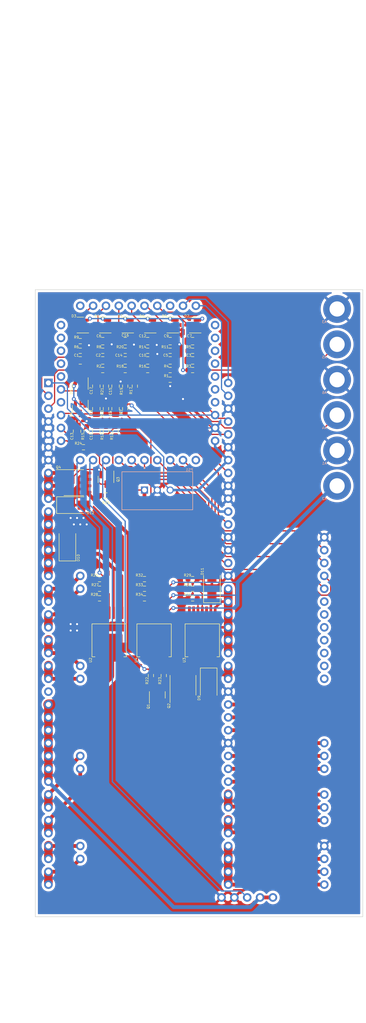
<source format=kicad_pcb>
(kicad_pcb (version 20211014) (generator pcbnew)
  (layers (0 "F.Cu" signal) (31 "B.Cu" signal) (34 "B.Paste" user) (35 "F.Paste" user) (36 "B.SilkS" user "B.Silkscreen") (37 "F.SilkS" user "F.Silkscreen") (38 "B.Mask" user) (39 "F.Mask" user) (44 "Edge.Cuts" user))
  (net 0 "")
  (net 1 "HEAD_TEMP")
  (net 2 "GND")
  (net 3 "INTAKE_AIR_TEMP")
  (net 4 "Net-(C5-Pad1)")
  (net 5 "HEAD_TEMP_ANALOG")
  (net 6 "INTAKE_AIR_TEMP_ANALOG")
  (net 7 "O2_ANALOG")
  (net 8 "TPS")
  (net 9 "FUEL_LEVEL_ANALOG")
  (net 10 "TPS_ANALOG")
  (net 11 "FUEL_LEVEL")
  (net 12 "12V_ANALOG")
  (net 13 "MAP")
  (net 14 "Net-(C11-Pad1)")
  (net 15 "Net-(C14-Pad1)")
  (net 16 "OIL_PRESSURE_ANALOG")
  (net 17 "FUEL_PRESSURE_ANALOG")
  (net 18 "VBAT")
  (net 19 "+3V3")
  (net 20 "EGR_12V")
  (net 21 "STARTER_12V")
  (net 22 "INJ5")
  (net 23 "FUEL_PUMP_12V")
  (net 24 "Net-(Q3-Pad1)")
  (net 25 "O2_12V")
  (net 35 "CANL")
  (net 36 "CANH")
  (net 42 "+5V")
  (net 43 "Net-(C15-Pad1)")
  (net 44 "Net-(Q3-Pad3)")
  (net 45 "~{FPGA_CS}")
  (net 46 "SCK")
  (net 47 "MOSI")
  (net 48 "MISO")
  (net 49 "Net-(Q1-Pad1)")
  (net 50 "Net-(Q1-Pad3)")
  (net 51 "O2")
  (net 52 "OIL_PRESSURE")
  (net 53 "FUEL_PRESSURE")
  (net 54 "MAP_ANALOG")
  (net 55 "EGR_EN")
  (net 56 "STARTER_EN")
  (net 57 "INJ4+")
  (net 58 "INJ4-")
  (net 59 "FUEL_PUMP_EN")
  (net 60 "INJ3+")
  (net 61 "INJ3-")
  (net 62 "O2_EN")
  (net 63 "INJ5_EN")
  (net 64 "INJ2+")
  (net 65 "INJ2-")
  (net 66 "INJ1+")
  (net 67 "INJ1-")
  (net 68 "IGN_12V")
  (net 69 "IGN_S2")
  (net 70 "IGN_S1")
  (net 71 "CAM")
  (net 72 "CK")
  (net 73 "Net-(R27-Pad1)")
  (net 75 "Net-(R28-Pad2)")
  (net 76 "Net-(R30-Pad1)")
  (net 77 "Net-(R31-Pad2)")
  (net 78 "Net-(R33-Pad1)")
  (net 79 "CAM_5V")
  (net 80 "CAM_GND")
  (net 81 "CK_5V")
  (net 82 "CK_GND")
  (net 90 "FPGA_EN")
  (net 91 "Net-(R34-Pad2)")
  (footprint "Resistor_SMD:R_0603_1608Metric_Pad0.98x0.95mm_HandSolder" (layer "F.Cu") (at 50.799999 63.5 -90)
    (fp_text reference "R10")
    (fp_text value "470Ω")
  )
  (footprint "Capacitor_SMD:C_0805_2012Metric_Pad1.18x1.45mm_HandSolder" (layer "F.Cu") (at 59.055 53.975 180)
    (fp_text reference "C10")
    (fp_text value "0.1uF 50V")
  )
  (footprint "Capacitor_SMD:C_0805_2012Metric_Pad1.18x1.45mm_HandSolder" (layer "F.Cu") (at 67.945 50.165)
    (fp_text reference "C7")
    (fp_text value "0.22uF 50V")
  )
  (footprint "Resistor_SMD:R_0603_1608Metric_Pad0.98x0.95mm_HandSolder" (layer "F.Cu") (at 50.799999 59.055 -90)
    (fp_text reference "R21")
    (fp_text value "470Ω")
  )
  (footprint "Resistor_SMD:R_0603_1608Metric_Pad0.98x0.95mm_HandSolder" (layer "F.Cu") (at 46.355 71.12)
    (fp_text reference "R24")
    (fp_text value "100")
  )
  (footprint "Resistor_SMD:R_0603_1608Metric_Pad0.98x0.95mm_HandSolder" (layer "F.Cu") (at 54.61 52.069999 180)
    (fp_text reference "R20")
    (fp_text value "470Ω")
  )
  (footprint "Capacitor_SMD:C_0805_2012Metric_Pad1.18x1.45mm_HandSolder" (layer "F.Cu") (at 45.085 67.945 90)
    (fp_text reference "C13")
    (fp_text value "0.22uF 50V")
  )
  (footprint "footprints:canbuz-1977-vw-bus-ecu-connector" (layer "F.Cu") (at 57.2 83.82)
    (fp_text reference "J2" hide)
    (fp_text value "Conn_02x40_Counter_Clockwise")
  )
  (footprint "Resistor_SMD:R_0603_1608Metric_Pad0.98x0.95mm_HandSolder" (layer "F.Cu") (at 54.61 55.88 180)
    (fp_text reference "R18")
    (fp_text value "4.7kΩ")
  )
  (footprint "Resistor_SMD:R_0603_1608Metric_Pad0.98x0.95mm_HandSolder" (layer "F.Cu") (at 49.53 99.06 180)
    (fp_text reference "R27")
    (fp_text value "10kΩ")
  )
  (footprint "Capacitor_SMD:C_0805_2012Metric_Pad1.18x1.45mm_HandSolder" (layer "F.Cu") (at 52.705 63.5 90)
    (fp_text reference "C4")
    (fp_text value "0.1uF 50V")
  )
  (footprint "Diode_SMD:D_SMA" (layer "F.Cu") (at 71.755 98.425 90)
    (fp_text reference "D11")
    (fp_text value "B140-13-F 30A Burst")
  )
  (footprint "Resistor_SMD:R_0603_1608Metric_Pad0.98x0.95mm_HandSolder" (layer "F.Cu") (at 59.69 116.205 -90)
    (fp_text reference "R22")
    (fp_text value "100")
  )
  (footprint "Capacitor_SMD:C_0805_2012Metric_Pad1.18x1.45mm_HandSolder" (layer "F.Cu") (at 48.895 59.055 90)
    (fp_text reference "C17")
    (fp_text value "0.22uF 50V")
  )
  (footprint "Resistor_SMD:R_0603_1608Metric_Pad0.98x0.95mm_HandSolder" (layer "F.Cu") (at 45.72 50.165)
    (fp_text reference "R9")
    (fp_text value "38.3kΩ")
  )
  (footprint "Package_TO_SOT_SMD:SOT-23" (layer "F.Cu") (at 50.165 46.99 180)
    (fp_text reference "D1")
    (fp_text value "NUP1301,215")
  )
  (footprint "Resistor_SMD:R_0603_1608Metric_Pad0.98x0.95mm_HandSolder" (layer "F.Cu") (at 50.8 67.945 -90)
    (fp_text reference "R13")
    (fp_text value "1kΩ")
  )
  (footprint "Capacitor_SMD:C_0805_2012Metric_Pad1.18x1.45mm_HandSolder" (layer "F.Cu") (at 67.945 53.975)
    (fp_text reference "C3")
    (fp_text value "0.1uF 50V")
  )
  (footprint "Resistor_SMD:R_0603_1608Metric_Pad0.98x0.95mm_HandSolder" (layer "F.Cu") (at 59.055 55.88 180)
    (fp_text reference "R16")
    (fp_text value "2.2kΩ")
  )
  (footprint "footprints:OctaPAK_7_1" (layer "F.Cu") (at 69.85 103.4 180)
    (fp_text reference "U3")
    (fp_text value "VN7003ALHTR")
  )
  (footprint "Resistor_SMD:R_0603_1608Metric_Pad0.98x0.95mm_HandSolder" (layer "F.Cu") (at 67.945 100.965)
    (fp_text reference "R31")
    (fp_text value "1k")
  )
  (footprint "Diode_SMD:D_SMA" (layer "F.Cu") (at 71.12 118.11 -90)
    (fp_text reference "D9")
    (fp_text value "B140-13-F 30A Burst")
  )
  (footprint "Package_TO_SOT_SMD:SOT-23" (layer "F.Cu") (at 45.72 59.055 -90)
    (fp_text reference "D8")
    (fp_text value "NUP1301,215")
  )
  (footprint "Resistor_SMD:R_0603_1608Metric_Pad0.98x0.95mm_HandSolder" (layer "F.Cu") (at 67.945 99.06 180)
    (fp_text reference "R30")
    (fp_text value "10kΩ")
  )
  (footprint "Capacitor_SMD:C_0805_2012Metric_Pad1.18x1.45mm_HandSolder" (layer "F.Cu") (at 52.705 59.055 90)
    (fp_text reference "C15")
    (fp_text value "0.1uF 50V")
  )
  (footprint "Capacitor_SMD:C_0805_2012Metric_Pad1.18x1.45mm_HandSolder" (layer "F.Cu") (at 48.895 67.945 90)
    (fp_text reference "C11")
    (fp_text value "0.1uF 50V")
  )
  (footprint "Capacitor_SMD:C_0805_2012Metric_Pad1.18x1.45mm_HandSolder" (layer "F.Cu") (at 63.5 50.165)
    (fp_text reference "C9")
    (fp_text value "0.22uF 50V")
  )
  (footprint "Resistor_SMD:R_0603_1608Metric_Pad0.98x0.95mm_HandSolder" (layer "F.Cu") (at 67.945 97.155)
    (fp_text reference "R29")
    (fp_text value "10kΩ")
  )
  (footprint "Package_TO_SOT_SMD:SOT-23" (layer "F.Cu") (at 59.055 46.99 180)
    (fp_text reference "D6")
    (fp_text value "NUP1301,215")
  )
  (footprint "Resistor_SMD:R_0603_1608Metric_Pad0.98x0.95mm_HandSolder" (layer "F.Cu") (at 56.515 59.055 -90)
    (fp_text reference "R17")
    (fp_text value "2.2kΩ")
  )
  (footprint "Resistor_SMD:R_0603_1608Metric_Pad0.98x0.95mm_HandSolder" (layer "F.Cu") (at 54.61 59.055 -90)
    (fp_text reference "R19")
    (fp_text value "4.7kΩ")
  )
  (footprint "Capacitor_SMD:C_0805_2012Metric_Pad1.18x1.45mm_HandSolder" (layer "F.Cu") (at 50.165 50.165)
    (fp_text reference "C6")
    (fp_text value "0.22uF 50V")
  )
  (footprint "Capacitor_SMD:C_0805_2012Metric_Pad1.18x1.45mm_HandSolder" (layer "F.Cu") (at 45.72 53.975)
    (fp_text reference "C1")
    (fp_text value "0.1uF 50V")
  )
  (footprint "Package_TO_SOT_SMD:SOT-23" (layer "F.Cu") (at 45.72 46.99 180)
    (fp_text reference "D3")
    (fp_text value "NUP1301,215")
  )
  (footprint "Diode_SMD:D_SMA" (layer "F.Cu") (at 43.18 90.17 90)
    (fp_text reference "D10")
    (fp_text value "B140-13-F 30A Burst")
  )
  (footprint "Resistor_SMD:R_0603_1608Metric_Pad0.98x0.95mm_HandSolder" (layer "F.Cu") (at 49.53 100.965)
    (fp_text reference "R28")
    (fp_text value "1k")
  )
  (footprint "Resistor_SMD:R_0603_1608Metric_Pad0.98x0.95mm_HandSolder" (layer "F.Cu") (at 46.989999 67.945 -90)
    (fp_text reference "R15")
    (fp_text value "470Ω")
  )
  (footprint "Resistor_SMD:R_0603_1608Metric_Pad0.98x0.95mm_HandSolder" (layer "F.Cu") (at 63.5 55.88 180)
    (fp_text reference "R4")
    (fp_text value "4.7kΩ")
  )
  (footprint "Resistor_SMD:R_0603_1608Metric_Pad0.98x0.95mm_HandSolder" (layer "F.Cu") (at 50.165 52.07 180)
    (fp_text reference "R8")
    (fp_text value "470Ω")
  )
  (footprint "Diode_SMD:D_SMA" (layer "F.Cu") (at 44.45 82.55)
    (fp_text reference "D12")
    (fp_text value "B140-13-F 30A Burst")
  )
  (footprint "Package_TO_SOT_SMD:SOT-23" (layer "F.Cu") (at 54.61 46.99 180)
    (fp_text reference "D7")
    (fp_text value "NUP1301,215")
  )
  (footprint "Resistor_SMD:R_0603_1608Metric_Pad0.98x0.95mm_HandSolder" (layer "F.Cu") (at 58.42 100.965)
    (fp_text reference "R34")
    (fp_text value "1k")
  )
  (footprint "Resistor_SMD:R_0603_1608Metric_Pad0.98x0.95mm_HandSolder" (layer "F.Cu") (at 67.945 55.88 180)
    (fp_text reference "R3")
    (fp_text value "330Ω")
  )
  (footprint "Resistor_SMD:R_0603_1608Metric_Pad0.98x0.95mm_HandSolder" (layer "F.Cu") (at 63.5 52.07 180)
    (fp_text reference "R11")
    (fp_text value "470Ω")
  )
  (footprint "Resistor_SMD:R_0603_1608Metric_Pad0.98x0.95mm_HandSolder" (layer "F.Cu") (at 50.165 55.88)
    (fp_text reference "R2")
    (fp_text value "2.49kΩ")
  )
  (footprint "Resistor_SMD:R_0603_1608Metric_Pad0.98x0.95mm_HandSolder" (layer "F.Cu") (at 52.705 67.945 90)
    (fp_text reference "R12")
    (fp_text value "3.9kΩ")
  )
  (footprint "Package_TO_SOT_SMD:SOT-23" (layer "F.Cu") (at 67.945 46.99 180)
    (fp_text reference "D2")
    (fp_text value "NUP1301,215")
  )
  (footprint "Resistor_SMD:R_0603_1608Metric_Pad0.98x0.95mm_HandSolder" (layer "F.Cu") (at 50.8 80.645 180)
    (fp_text reference "R25")
    (fp_text value "10k")
  )
  (footprint "Capacitor_SMD:C_0805_2012Metric_Pad1.18x1.45mm_HandSolder" (layer "F.Cu") (at 50.165 53.975)
    (fp_text reference "C2")
    (fp_text value "0.1uF 50V")
  )
  (footprint "Package_TO_SOT_SMD:SOT-23" (layer "F.Cu") (at 45.72 63.5 -90)
    (fp_text reference "D4")
    (fp_text value "NUP1301,215")
  )
  (footprint "Package_TO_SOT_SMD:SOT-23" (layer "F.Cu") (at 50.8 77.47 -90)
    (fp_text reference "Q3")
    (fp_text value "Q_NMOS_GSD")
  )
  (footprint "Resistor_SMD:R_0603_1608Metric_Pad0.98x0.95mm_HandSolder" (layer "F.Cu") (at 58.42 97.155 180)
    (fp_text reference "R32")
    (fp_text value "10kΩ")
  )
  (footprint "Resistor_SMD:R_0603_1608Metric_Pad0.98x0.95mm_HandSolder" (layer "F.Cu") (at 58.42 99.06 180)
    (fp_text reference "R33")
    (fp_text value "10kΩ")
  )
  (footprint "Package_SO:SO-8_3.9x4.9mm_P1.27mm" (layer "F.Cu") (at 44.45 78.105)
    (fp_text reference "Q4")
    (fp_text value "Si4497DY 36A")
  )
  (footprint "footprints:OctaPAK_7_1" (layer "F.Cu") (at 60.325 103.4 180)
    (fp_text reference "U4")
    (fp_text value "VN7003ALHTR")
  )
  (footprint "Package_TO_SOT_SMD:SOT-23" (layer "F.Cu") (at 63.5 46.99 180)
    (fp_text reference "D5")
    (fp_text value "NUP1301,215")
  )
  (footprint "Resistor_SMD:R_0603_1608Metric_Pad0.98x0.95mm_HandSolder" (layer "F.Cu") (at 45.72 52.07 180)
    (fp_text reference "R6")
    (fp_text value "19.6kΩ")
  )
  (footprint "Capacitor_SMD:C_0805_2012Metric_Pad1.18x1.45mm_HandSolder" (layer "F.Cu") (at 54.61 50.165)
    (fp_text reference "C16")
    (fp_text value "0.22uF 50V")
  )
  (footprint "Capacitor_SMD:C_0805_2012Metric_Pad1.18x1.45mm_HandSolder" (layer "F.Cu") (at 59.055 50.165)
    (fp_text reference "C12")
    (fp_text value "0.22uF 50V")
  )
  (footprint "Resistor_SMD:R_0603_1608Metric_Pad0.98x0.95mm_HandSolder" (layer "F.Cu") (at 59.055 52.07 180)
    (fp_text reference "R14")
    (fp_text value "470Ω")
  )
  (footprint "Resistor_SMD:R_0603_1608Metric_Pad0.98x0.95mm_HandSolder" (layer "F.Cu") (at 62.23 116.205 90)
    (fp_text reference "R23")
    (fp_text value "10k")
  )
  (footprint "Resistor_SMD:R_0603_1608Metric_Pad0.98x0.95mm_HandSolder" (layer "F.Cu") (at 67.945 52.07 180)
    (fp_text reference "R5")
    (fp_text value "470Ω")
  )
  (footprint "Package_SO:SO-8_3.9x4.9mm_P1.27mm" (layer "F.Cu") (at 66.04 118.11 90)
    (fp_text reference "Q2")
    (fp_text value "Si4497DY 36A")
  )
  (footprint "Resistor_SMD:R_0603_1608Metric_Pad0.98x0.95mm_HandSolder" (layer "F.Cu") (at 63.5 57.785 180)
    (fp_text reference "R1")
    (fp_text value "2.2kΩ")
  )
  (footprint "footprints:OctaPAK_7_1" (layer "F.Cu") (at 51.435 103.4 180)
    (fp_text reference "U2")
    (fp_text value "VN7003ALHTR")
  )
  (footprint "Package_TO_SOT_SMD:SOT-23" (layer "F.Cu") (at 60.96 120.015 90)
    (fp_text reference "Q1")
    (fp_text value "Q_NMOS_GSD")
  )
  (footprint "Resistor_SMD:R_0603_1608Metric_Pad0.98x0.95mm_HandSolder" (layer "F.Cu") (at 54.61 63.5 90)
    (fp_text reference "R7")
    (fp_text value "2.49kΩ")
  )
  (footprint "Capacitor_SMD:C_0805_2012Metric_Pad1.18x1.45mm_HandSolder" (layer "F.Cu") (at 48.895 63.5 90)
    (fp_text reference "C8")
    (fp_text value "0.22uF 50V")
  )
  (footprint "Capacitor_SMD:C_0805_2012Metric_Pad1.18x1.45mm_HandSolder" (layer "F.Cu") (at 54.61 53.975)
    (fp_text reference "C14")
    (fp_text value "0.1uF 50V")
  )
  (footprint "Capacitor_SMD:C_0805_2012Metric_Pad1.18x1.45mm_HandSolder" (layer "F.Cu") (at 63.5 53.975)
    (fp_text reference "C5")
    (fp_text value "0.1uF 50V")
  )
  (footprint "Resistor_SMD:R_0603_1608Metric_Pad0.98x0.95mm_HandSolder" (layer "F.Cu") (at 49.53 97.155 180)
    (fp_text reference "R26")
    (fp_text value "10kΩ")
  )
  (footprint "Connector_Spade:Spade_Male" (layer "B.Cu") (at 96.52 71.755 180)
    (fp_text reference "A1")
    (fp_text value "Spade_Male")
  )
  (footprint "footprints:open_spark_fpga" (layer "B.Cu") (at 97.79 163.83 90)
    (fp_text reference "U1" hide)
    (fp_text value "open_spark_fpga")
  )
  (footprint "Connector_Spade:Spade_Male" (layer "B.Cu") (at 96.52 57.785 180)
    (fp_text reference "A6")
    (fp_text value "Spade_Male")
  )
  (footprint "Connector_Spade:Spade_Male" (layer "B.Cu") (at 96.52 78.74 180)
    (fp_text reference "A2")
    (fp_text value "Spade_Male")
  )
  (footprint "Connector_Spade:Spade_Male" (layer "B.Cu") (at 96.52 64.77 180)
    (fp_text reference "A4")
    (fp_text value "Spade_Male")
  )
  (footprint "footprints:canbuz-module" (layer "B.Cu") (at 57.15 58.42)
    (fp_text reference "J1" hide)
    (fp_text value "canbuz_module")
  )
  (footprint "Connector_Spade:Spade_Male" (layer "B.Cu") (at 96.52 50.8 180)
    (fp_text reference "A5")
    (fp_text value "Spade_Male")
  )
  (footprint "footprints:CONV_TSR_2-2450" (layer "B.Cu") (at 58.42 79.5725)
    (fp_text reference "PS1")
    (fp_text value "TSR_2-2450")
  )
  (footprint "Connector_Spade:Spade_Male" (layer "B.Cu") (at 96.52 43.815 180)
    (fp_text reference "A3")
    (fp_text value "Spade_Male")
  )
  (gr_line (start 101.6 40.005) (end 36.83 40.005) (layer "Edge.Cuts") (width 0.1))
  (gr_line (start 36.83 163.83) (end 101.6 163.83) (layer "Edge.Cuts") (width 0.1))
  (gr_line (start 36.83 40.005) (end 36.83 163.83) (layer "Edge.Cuts") (width 0.1))
  (gr_line (start 101.6 163.83) (end 101.6 40.005) (layer "Edge.Cuts") (width 0.1))
  (segment (start 49.1275 53.975) (end 49.1275 55.755) (width 0.25) (layer "F.Cu") (net 1))
  (segment (start 49.1275 55.755) (end 49.2525 55.88) (width 0.25) (layer "F.Cu") (net 1))
  (segment (start 40.64 62.28) (end 39.42 63.5) (width 0.25) (layer "F.Cu") (net 1))
  (segment (start 49.2525 55.88) (end 41.39665 55.88) (width 0.25) (layer "F.Cu") (net 1))
  (segment (start 41.39665 55.88) (end 40.64 56.63665) (width 0.25) (layer "F.Cu") (net 1))
  (segment (start 49.2525 52.07) (end 49.2525 53.85) (width 0.25) (layer "F.Cu") (net 1))
  (segment (start 49.2525 53.85) (end 49.1275 53.975) (width 0.25) (layer "F.Cu") (net 1))
  (segment (start 40.64 56.63665) (end 40.64 62.28) (width 0.25) (layer "F.Cu") (net 1))
  (segment (start 48.0275 66.04) (end 48.895 66.9075) (width 0.25) (layer "F.Cu") (net 2))
  (segment (start 55.5475 47.94) (end 55.5475 50.065) (width 0.25) (layer "F.Cu") (net 2))
  (segment (start 68.8575 97.155) (end 67.945 98.0675) (width 0.25) (layer "F.Cu") (net 2))
  (segment (start 64.6805 50.165) (end 65.405 50.8895) (width 0.25) (layer "F.Cu") (net 2))
  (segment (start 46.67 62.5625) (end 48.795 62.5625) (width 0.25) (layer "F.Cu") (net 2))
  (segment (start 71.755 67.31) (end 72.39 67.31) (width 0.25) (layer "F.Cu") (net 2))
  (segment (start 66.04 61.595) (end 63.5 59.055) (width 0.25) (layer "F.Cu") (net 2))
  (segment (start 49.85 75.9745) (end 49.4405 75.565) (width 0.25) (layer "F.Cu") (net 2))
  (segment (start 47.44625 50.97875) (end 46.6325 50.165) (width 0.25) (layer "F.Cu") (net 2))
  (segment (start 51.8375 57.15) (end 52.705 58.0175) (width 0.25) (layer "F.Cu") (net 2))
  (segment (start 48.895 58.0175) (end 46.77 58.0175) (width 0.25) (layer "F.Cu") (net 2))
  (segment (start 49.7625 57.15) (end 51.8375 57.15) (width 0.25) (layer "F.Cu") (net 2))
  (segment (start 69.67 53.2875) (end 69.67 50.8525) (width 0.25) (layer "F.Cu") (net 2))
  (segment (start 55.5225 55.88) (end 55.5225 54.1) (width 0.25) (layer "F.Cu") (net 2))
  (segment (start 59.9925 47.94) (end 59.9925 50.065) (width 0.25) (layer "F.Cu") (net 2))
  (segment (start 65.405 50.8895) (end 65.405 53.34) (width 0.25) (layer "F.Cu") (net 2))
  (segment (start 58.0175 53.975) (end 57.15 53.975) (width 0.25) (layer "F.Cu") (net 2))
  (segment (start 47.625 53.1075) (end 47.625 51.1575) (width 0.25) (layer "F.Cu") (net 2))
  (segment (start 56.515 98.1475) (end 57.5075 97.155) (width 0.25) (layer "F.Cu") (net 2))
  (segment (start 46.77 58.0175) (end 46.67 58.1175) (width 0.25) (layer "F.Cu") (net 2))
  (segment (start 64.4125 55.88) (end 64.4125 54.1) (width 0.25) (layer "F.Cu") (net 2))
  (segment (start 48.895 58.0175) (end 49.7625 57.15) (width 0.25) (layer "F.Cu") (net 2))
  (segment (start 49.85 76.5325) (end 49.85 75.9745) (width 0.25) (layer "F.Cu") (net 2))
  (segment (start 64.77 53.975) (end 64.5375 53.975) (width 0.25) (layer "F.Cu") (net 2))
  (segment (start 67.945 100.0525) (end 67.0325 100.965) (width 0.25) (layer "F.Cu") (net 2))
  (segment (start 65.405 53.34) (end 64.77 53.975) (width 0.25) (layer "F.Cu") (net 2))
  (segment (start 47.625 51.1575) (end 47.44625 50.97875) (width 0.25) (layer "F.Cu") (net 2))
  (segment (start 57.5075 100.965) (end 56.515 99.9725) (width 0.25) (layer "F.Cu") (net 2))
  (segment (start 57.15 53.975) (end 56.335 53.16) (width 0.25) (layer "F.Cu") (net 2))
  (segment (start 52.705 62.4625) (end 51.8375 61.595) (width 0.25) (layer "F.Cu") (net 2))
  (segment (start 68.8825 50.065) (end 68.9825 50.165) (width 0.25) (layer "F.Cu") (net 2))
  (segment (start 52.83 58.1425) (end 52.705 58.0175) (width 0.25) (layer "F.Cu") (net 2))
  (segment (start 69.67 50.8525) (end 68.9825 50.165) (width 0.25) (layer "F.Cu") (net 2))
  (segment (start 48.795 62.5625) (end 48.895 62.4625) (width 0.25) (layer "F.Cu") (net 2))
  (segment (start 46.6325 50.165) (end 46.6325 47.965) (width 0.25) (layer "F.Cu") (net 2))
  (segment (start 64.4125 54.1) (end 64.5375 53.975) (width 0.25) (layer "F.Cu") (net 2))
  (segment (start 54.61 58.1425) (end 53.6975 58.1425) (width 0.25) (layer "F.Cu") (net 2))
  (segment (start 60.84375 50.91625) (end 60.96 51.0325) (width 0.25) (layer "F.Cu") (net 2))
  (segment (start 46.7575 53.975) (end 47.625 53.1075) (width 0.25) (layer "F.Cu") (net 2))
  (segment (start 51.2025 50.165) (end 51.435 50.165) (width 0.25) (layer "F.Cu") (net 2))
  (segment (start 56.335 53.16) (end 56.335 50.8525) (width 0.25) (layer "F.Cu") (net 2))
  (segment (start 65.3155 50.8) (end 65.1725 50.8) (width 0.25) (layer "F.Cu") (net 2))
  (segment (start 51.435 50.165) (end 52.07 50.8) (width 0.25) (layer "F.Cu") (net 2))
  (segment (start 59.9925 50.065) (end 60.0925 50.165) (width 0.25) (layer "F.Cu") (net 2))
  (segment (start 46.6325 47.965) (end 46.6575 47.94) (width 0.25) (layer "F.Cu") (net 2))
  (segment (start 67.945 98.0675) (end 67.945 100.0525) (width 0.25) (layer "F.Cu") (net 2))
  (segment (start 56.335 53.2875) (end 56.335 53.16) (width 0.25) (layer "F.Cu") (net 2))
  (segment (start 55.5475 50.065) (end 55.6475 50.165) (width 0.25) (layer "F.Cu") (net 2))
  (segment (start 45.9525 66.04) (end 48.0275 66.04) (width 0.25) (layer "F.Cu") (net 2))
  (segment (start 55.5225 54.1) (end 55.6475 53.975) (width 0.25) (layer "F.Cu") (net 2))
  (segment (start 51.2025 53.975) (end 51.2025 53.5725) (width 0.25) (layer "F.Cu") (net 2))
  (segment (start 56.335 50.8525) (end 55.6475 50.165) (width 0.25) (layer "F.Cu") (net 2))
  (segment (start 56.515 99.9725) (end 56.515 98.1475) (width 0.25) (layer "F.Cu") (net 2))
  (segment (start 45.085 66.9075) (end 45.9525 66.04) (width 0.25) (layer "F.Cu") (net 2))
  (segment (start 53.6975 58.1425) (end 52.83 58.1425) (width 0.25) (layer "F.Cu") (net 2))
  (segment (start 64.4375 50.065) (end 64.5375 50.165) (width 0.25) (layer "F.Cu") (net 2))
  (segment (start 60.0925 50.165) (end 60.84375 50.91625) (width 0.25) (layer "F.Cu") (net 2))
  (segment (start 51.1025 47.94) (end 51.1025 50.065) (width 0.25) (layer "F.Cu") (net 2))
  (segment (start 51.8375 61.595) (end 49.7625 61.595) (width 0.25) (layer "F.Cu") (net 2))
  (segment (start 51.1025 50.065) (end 51.2025 50.165) (width 0.25) (layer "F.Cu") (net 2))
  (segment (start 48.895 66.9075) (end 50.675 66.9075) (width 0.25) (layer "F.Cu") (net 2))
  (segment (start 51.2025 53.5725) (end 52.07 52.705) (width 0.25) (layer "F.Cu") (net 2))
  (segment (start 60.96 51.0325) (end 60.96 52.705) (width 0.25) (layer "F.Cu") (net 2))
  (segment (start 64.4375 47.94) (end 64.4375 50.065) (width 0.25) (layer "F.Cu") (net 2))
  (segment (start 55.6475 53.975) (end 56.335 53.2875) (width 0.25) (layer "F.Cu") (net 2))
  (segment (start 65.1725 50.8) (end 64.5375 50.165) (width 0.25) (layer "F.Cu") (net 2))
  (segment (start 49.7625 61.595) (end 48.895 62.4625) (width 0.25) (layer "F.Cu") (net 2))
  (segment (start 52.07 52.705) (end 52.07 50.8) (width 0.25) (layer "F.Cu") (net 2))
  (segment (start 50.675 66.9075) (end 50.8 67.0325) (width 0.25) (layer "F.Cu") (net 2))
  (segment (start 66.04 61.595) (end 71.755 67.31) (width 0.25) (layer "F.Cu") (net 2))
  (segment (start 64.5375 50.165) (end 64.6805 50.165) (width 0.25) (layer "F.Cu") (net 2))
  (segment (start 68.9825 53.975) (end 69.67 53.2875) (width 0.25) (layer "F.Cu") (net 2))
  (segment (start 68.8825 47.94) (end 68.8825 50.065) (width 0.25) (layer "F.Cu") (net 2))
  (via (at 53.6975 58.1425) (size 0.8) (drill 0.4) (layers "F.Cu" "B.Cu") (net 2))
  (via (at 44.45 86.36) (size 0.8) (drill 0.4) (layers "F.Cu" "B.Cu") (net 2))
  (via (at 47.44625 50.97875) (size 0.8) (drill 0.4) (layers "F.Cu" "B.Cu") (net 2))
  (via (at 63.5 59.055) (size 0.8) (drill 0.4) (layers "F.Cu" "B.Cu") (net 2))
  (via (at 43.815 85.09) (size 0.8) (drill 0.4) (layers "F.Cu" "B.Cu") (net 2))
  (via (at 43.815 107.315) (size 0.8) (drill 0.4) (layers "F.Cu" "B.Cu") (net 2))
  (via (at 56.335 50.8525) (size 0.8) (drill 0.4) (layers "F.Cu" "B.Cu") (net 2))
  (via (at 51.9355 50.8) (size 0.8) (drill 0.4) (layers "F.Cu" "B.Cu") (net 2))
  (via (at 46.355 85.09) (size 0.8) (drill 0.4) (layers "F.Cu" "B.Cu") (net 2))
  (via (at 60.96 52.705) (size 0.8) (drill 0.4) (layers "F.Cu" "B.Cu") (net 2))
  (via (at 45.085 107.315) (size 0.8) (drill 0.4) (layers "F.Cu" "B.Cu") (net 2))
  (via (at 66.04 61.595) (size 0.8) (drill 0.4) (layers "F.Cu" "B.Cu") (net 2))
  (via (at 49.4405 75.565) (size 0.8) (drill 0.4) (layers "F.Cu" "B.Cu") (net 2))
  (via (at 45.72 86.36) (size 0.8) (drill 0.4) (layers "F.Cu" "B.Cu") (net 2))
  (via (at 46.99 86.36) (size 0.8) (drill 0.4) (layers "F.Cu" "B.Cu") (net 2))
  (via (at 43.815 106.045) (size 0.8) (drill 0.4) (layers "F.Cu" "B.Cu") (net 2))
  (via (at 45.085 85.09) (size 0.8) (drill 0.4) (layers "F.Cu" "B.Cu") (net 2))
  (via (at 65.3155 50.8) (size 0.8) (drill 0.4) (layers "F.Cu" "B.Cu") (net 2))
  (via (at 46.99 65.9455) (size 0.8) (drill 0.4) (layers "F.Cu" "B.Cu") (net 2))
  (via (at 45.085 106.045) (size 0.8) (drill 0.4) (layers "F.Cu" "B.Cu") (net 2))
  (via (at 50.8 61.5005) (size 0.8) (drill 0.4) (layers "F.Cu" "B.Cu") (net 2))
  (via (at 60.84375 50.91625) (size 0.8) (drill 0.4) (layers "F.Cu" "B.Cu") (net 2))
  (segment (start 51.9355 50.8) (end 47.625 50.8) (width 0.25) (layer "B.Cu") (net 2))
  (segment (start 51.988 50.8525) (end 51.9355 50.8) (width 0.25) (layer "B.Cu") (net 2))
  (segment (start 48.3545 67.31) (end 46.99 65.9455) (width 0.25) (layer "B.Cu") (net 2))
  (segment (start 50.8945 61.595) (end 50.8 61.5005) (width 0.25) (layer "B.Cu") (net 2))
  (segment (start 63.5 59.055) (end 63.5 55.245) (width 0.25) (layer "B.Cu") (net 2))
  (segment (start 63.5 55.245) (end 60.96 52.705) (width 0.25) (layer "B.Cu") (net 2))
  (segment (start 57.15 61.595) (end 57.0555 61.5005) (width 0.25) (layer "B.Cu") (net 2))
  (segment (start 63.5 55.245) (end 63.5 52.6155) (width 0.25) (layer "B.Cu") (net 2))
  (segment (start 56.335 50.8525) (end 51.988 50.8525) (width 0.25) (layer "B.Cu") (net 2))
  (segment (start 47.625 50.8) (end 47.44625 50.97875) (width 0.25) (layer "B.Cu") (net 2))
  (segment (start 54.61 59.055) (end 53.6975 58.1425) (width 0.25) (layer "B.Cu") (net 2))
  (segment (start 63.5 52.6155) (end 65.3155 50.8) (width 0.25) (layer "B.Cu") (net 2))
  (segment (start 66.04 61.595) (end 57.15 61.595) (width 0.25) (layer "B.Cu") (net 2))
  (segment (start 72.39 67.31) (end 48.3545 67.31) (width 0.25) (layer "B.Cu") (net 2))
  (segment (start 63.5 59.055) (end 56.335 51.89) (width 0.25) (layer "B.Cu") (net 2))
  (segment (start 56.335 51.89) (end 56.335 50.8525) (width 0.25) (layer "B.Cu") (net 2))
  (segment (start 63.5 59.055) (end 54.61 59.055) (width 0.25) (layer "B.Cu") (net 2))
  (segment (start 57.0555 61.5005) (end 50.8 61.5005) (width 0.25) (layer "B.Cu") (net 2))
  (segment (start 52.58 64.4125) (end 52.705 64.5375) (width 0.25) (layer "F.Cu") (net 3))
  (segment (start 54.61 64.4125) (end 52.83 64.4125) (width 0.25) (layer "F.Cu") (net 3))
  (segment (start 60.960698 76.2) (end 59.69 74.929302) (width 0.25) (layer "F.Cu") (net 3))
  (segment (start 74.295 93.98) (end 70.485 90.17) (width 0.25) (layer "F.Cu") (net 3))
  (segment (start 52.83 64.4125) (end 52.705 64.5375) (width 0.25) (layer "F.Cu") (net 3))
  (segment (start 50.799999 64.4125) (end 52.58 64.4125) (width 0.25) (layer "F.Cu") (net 3))
  (segment (start 64.77 76.2) (end 60.960698 76.2) (width 0.25) (layer "F.Cu") (net 3))
  (segment (start 59.69 69.4925) (end 54.61 64.4125) (width 0.25) (layer "F.Cu") (net 3))
  (segment (start 70.485 90.17) (end 70.485 81.915) (width 0.25) (layer "F.Cu") (net 3))
  (segment (start 70.485 81.915) (end 64.77 76.2) (width 0.25) (layer "F.Cu") (net 3))
  (segment (start 59.69 74.929302) (end 59.69 69.4925) (width 0.25) (layer "F.Cu") (net 3))
  (segment (start 74.98 93.98) (end 74.295 93.98) (width 0.25) (layer "F.Cu") (net 3))
  (segment (start 62.5875 53.85) (end 62.4625 53.975) (width 0.25) (layer "F.Cu") (net 4))
  (segment (start 62.5875 55.88) (end 62.5875 54.1) (width 0.25) (layer "F.Cu") (net 4))
  (segment (start 62.5875 52.07) (end 62.5875 53.85) (width 0.25) (layer "F.Cu") (net 4))
  (segment (start 62.5875 54.1) (end 62.4625 53.975) (width 0.25) (layer "F.Cu") (net 4))
  (segment (start 62.5875 57.785) (end 62.5875 55.88) (width 0.25) (layer "F.Cu") (net 4))
  (segment (start 49.1725 50.165) (end 51.0775 52.07) (width 0.25) (layer "F.Cu") (net 5))
  (segment (start 49.2275 50.065) (end 49.1275 50.165) (width 0.25) (layer "F.Cu") (net 5))
  (segment (start 49.2275 46.99) (end 49.2275 50.065) (width 0.25) (layer "F.Cu") (net 5))
  (segment (start 50.8 43.18) (end 49.2275 44.7525) (width 0.25) (layer "F.Cu") (net 5))
  (segment (start 49.2275 44.7525) (end 49.2275 46.99) (width 0.25) (layer "F.Cu") (net 5))
  (segment (start 49.1275 50.165) (end 49.1725 50.165) (width 0.25) (layer "F.Cu") (net 5))
  (segment (start 50.799999 62.5875) (end 50.799999 62.632501) (width 0.25) (layer "F.Cu") (net 6))
  (segment (start 50.799999 62.632501) (end 48.895 64.5375) (width 0.25) (layer "F.Cu") (net 6))
  (segment (start 45.82 64.5375) (end 45.72 64.4375) (width 0.25) (layer "F.Cu") (net 6))
  (segment (start 42.2425 64.4375) (end 41.91 64.77) (width 0.25) (layer "F.Cu") (net 6))
  (segment (start 45.72 64.4375) (end 42.2425 64.4375) (width 0.25) (layer "F.Cu") (net 6))
  (segment (start 48.895 64.5375) (end 45.82 64.5375) (width 0.25) (layer "F.Cu") (net 6))
  (segment (start 62.5625 46.99) (end 62.5625 50.065) (width 0.25) (layer "F.Cu") (net 7))
  (segment (start 62.4625 50.165) (end 62.5075 50.165) (width 0.25) (layer "F.Cu") (net 7))
  (segment (start 62.5625 50.065) (end 62.4625 50.165) (width 0.25) (layer "F.Cu") (net 7))
  (segment (start 58.7525 43.18) (end 62.5625 46.99) (width 0.25) (layer "F.Cu") (net 7))
  (segment (start 62.5075 50.165) (end 64.4125 52.07) (width 0.25) (layer "F.Cu") (net 7))
  (segment (start 58.42 43.18) (end 58.7525 43.18) (width 0.25) (layer "F.Cu") (net 7))
  (segment (start 61.595 55.245) (end 61.595 58.42) (width 0.25) (layer "F.Cu") (net 8))
  (segment (start 60.0925 53.975) (end 60.325 53.975) (width 0.25) (layer "F.Cu") (net 8))
  (segment (start 71.755 68.58) (end 74.98 68.58) (width 0.25) (layer "F.Cu") (net 8))
  (segment (start 58.1425 52.07) (end 58.1875 52.07) (width 0.25) (layer "F.Cu") (net 8))
  (segment (start 61.595 58.42) (end 71.755 68.58) (width 0.25) (layer "F.Cu") (net 8))
  (segment (start 60.325 53.975) (end 61.595 55.245) (width 0.25) (layer "F.Cu") (net 8))
  (segment (start 58.1875 52.07) (end 60.0925 53.975) (width 0.25) (layer "F.Cu") (net 8))
  (segment (start 68.8125 52.07) (end 66.9075 50.165) (width 0.25) (layer "F.Cu") (net 9))
  (segment (start 67.0075 46.99) (end 67.0075 50.065) (width 0.25) (layer "F.Cu") (net 9))
  (segment (start 67.0075 50.065) (end 66.9075 50.165) (width 0.25) (layer "F.Cu") (net 9))
  (segment (start 68.8575 52.07) (end 68.8125 52.07) (width 0.25) (layer "F.Cu") (net 9))
  (segment (start 62.23 44.45) (end 64.4675 44.45) (width 0.25) (layer "F.Cu") (net 9))
  (segment (start 60.96 43.18) (end 62.23 44.45) (width 0.25) (layer "F.Cu") (net 9))
  (segment (start 64.4675 44.45) (end 67.0075 46.99) (width 0.25) (layer "F.Cu") (net 9))
  (segment (start 55.88 44.7525) (end 58.1175 46.99) (width 0.25) (layer "F.Cu") (net 10))
  (segment (start 58.0175 47.09) (end 58.1175 46.99) (width 0.25) (layer "F.Cu") (net 10))
  (segment (start 59.9675 52.07) (end 59.9225 52.07) (width 0.25) (layer "F.Cu") (net 10))
  (segment (start 59.9225 52.07) (end 58.0175 50.165) (width 0.25) (layer "F.Cu") (net 10))
  (segment (start 55.88 43.18) (end 55.88 44.7525) (width 0.25) (layer "F.Cu") (net 10))
  (segment (start 58.0175 50.165) (end 58.0175 47.09) (width 0.25) (layer "F.Cu") (net 10))
  (segment (start 68.8575 55.88) (end 91.44 55.88) (width 0.25) (layer "F.Cu") (net 11))
  (segment (start 91.44 55.88) (end 96.52 50.8) (width 0.25) (layer "F.Cu") (net 11))
  (segment (start 68.8125 55.88) (end 66.9075 53.975) (width 0.25) (layer "F.Cu") (net 11))
  (segment (start 68.8575 55.88) (end 68.8125 55.88) (width 0.25) (layer "F.Cu") (net 11))
  (segment (start 67.0325 52.07) (end 67.0325 53.85) (width 0.25) (layer "F.Cu") (net 11))
  (segment (start 67.0325 53.85) (end 66.9075 53.975) (width 0.25) (layer "F.Cu") (net 11))
  (segment (start 45.085 68.9825) (end 43.5825 68.9825) (width 0.25) (layer "F.Cu") (net 12))
  (segment (start 46.989999 67.0325) (end 46.99 67.077499) (width 0.25) (layer "F.Cu") (net 12))
  (segment (start 46.99 67.077499) (end 45.085 68.9825) (width 0.25) (layer "F.Cu") (net 12))
  (segment (start 43.5825 68.9825) (end 41.91 67.31) (width 0.25) (layer "F.Cu") (net 12))
  (segment (start 39.42 60.96) (end 38.1 59.64) (width 0.25) (layer "F.Cu") (net 13))
  (segment (start 44.6825 52.195) (end 44.8075 52.07) (width 0.25) (layer "F.Cu") (net 13))
  (segment (start 44.6825 53.975) (end 44.6825 52.195) (width 0.25) (layer "F.Cu") (net 13))
  (segment (start 38.1 59.64) (end 38.1 56.515) (width 0.25) (layer "F.Cu") (net 13))
  (segment (start 44.0475 53.34) (end 44.6825 53.975) (width 0.25) (layer "F.Cu") (net 13))
  (segment (start 38.1 56.515) (end 41.275 53.34) (width 0.25) (layer "F.Cu") (net 13))
  (segment (start 41.275 53.34) (end 44.0475 53.34) (width 0.25) (layer "F.Cu") (net 13))
  (segment (start 48.77 68.857499) (end 48.895 68.9825) (width 0.25) (layer "F.Cu") (net 14))
  (segment (start 50.8 68.8575) (end 49.02 68.8575) (width 0.25) (layer "F.Cu") (net 14))
  (segment (start 50.88 68.8575) (end 52.705 67.0325) (width 0.25) (layer "F.Cu") (net 14))
  (segment (start 46.989999 68.8575) (end 48.77 68.857499) (width 0.25) (layer "F.Cu") (net 14))
  (segment (start 49.02 68.8575) (end 48.895 68.9825) (width 0.25) (layer "F.Cu") (net 14))
  (segment (start 50.8 68.8575) (end 50.88 68.8575) (width 0.25) (layer "F.Cu") (net 14))
  (segment (start 56.8725 57.15) (end 58.1425 55.88) (width 0.25) (layer "F.Cu") (net 15))
  (segment (start 53.6975 55.88) (end 53.6975 54.1) (width 0.25) (layer "F.Cu") (net 15))
  (segment (start 53.6975 54.1) (end 53.5725 53.975) (width 0.25) (layer "F.Cu") (net 15))
  (segment (start 53.6975 55.88) (end 54.9675 57.15) (width 0.25) (layer "F.Cu") (net 15))
  (segment (start 54.9675 57.15) (end 56.8725 57.15) (width 0.25) (layer "F.Cu") (net 15))
  (segment (start 53.6975 53.85) (end 53.5725 53.975) (width 0.25) (layer "F.Cu") (net 15))
  (segment (start 53.6975 52.069999) (end 53.6975 53.85) (width 0.25) (layer "F.Cu") (net 15))
  (segment (start 55.5225 52.069999) (end 55.477499 52.069999) (width 0.25) (layer "F.Cu") (net 16))
  (segment (start 53.34 46.6575) (end 53.6725 46.99) (width 0.25) (layer "F.Cu") (net 16))
  (segment (start 53.34 43.18) (end 53.34 46.6575) (width 0.25) (layer "F.Cu") (net 16))
  (segment (start 53.6725 50.065) (end 53.5725 50.165) (width 0.25) (layer "F.Cu") (net 16))
  (segment (start 55.477499 52.069999) (end 53.5725 50.165) (width 0.25) (layer "F.Cu") (net 16))
  (segment (start 53.6725 46.99) (end 53.6725 50.065) (width 0.25) (layer "F.Cu") (net 16))
  (segment (start 42.2125 59.9925) (end 45.72 59.9925) (width 0.25) (layer "F.Cu") (net 17))
  (segment (start 45.72 59.9925) (end 48.795 59.9925) (width 0.25) (layer "F.Cu") (net 17))
  (segment (start 41.91 59.69) (end 42.2125 59.9925) (width 0.25) (layer "F.Cu") (net 17))
  (segment (start 50.799999 58.1425) (end 50.799999 58.187501) (width 0.25) (layer "F.Cu") (net 17))
  (segment (start 50.799999 58.187501) (end 48.895 60.0925) (width 0.25) (layer "F.Cu") (net 17))
  (segment (start 48.795 59.9925) (end 48.895 60.0925) (width 0.25) (layer "F.Cu") (net 17))
  (segment (start 51.435 116.205) (end 51.435 110.7) (width 2) (layer "F.Cu") (net 18))
  (segment (start 62.23 115.2925) (end 62.23 112.605) (width 0.25) (layer "F.Cu") (net 18))
  (segment (start 65.405 110.91) (end 65.615 110.7) (width 0.75) (layer "F.Cu") (net 18))
  (segment (start 55.245 89.95) (end 55.245 109.855) (width 0.75) (layer "F.Cu") (net 18))
  (segment (start 47.025 76.2) (end 47.025 80.01) (width 0.75) (layer "F.Cu") (net 18))
  (segment (start 56.09 110.7) (end 55.245 109.855) (width 0.75) (layer "F.Cu") (net 18))
  (segment (start 55.245 89.95) (end 58.42 86.775) (width 0.75) (layer "F.Cu") (net 18))
  (segment (start 62.23 112.605) (end 60.325 110.7) (width 0.25) (layer "F.Cu") (net 18))
  (segment (start 81.28 160.02) (end 83.82 160.02) (width 0.75) (layer "F.Cu") (net 18))
  (segment (start 67.945 115.535) (end 64.135 115.535) (width 0.75) (layer "F.Cu") (net 18))
  (segment (start 65.615 110.7) (end 69.85 110.7) (width 2) (layer "F.Cu") (net 18))
  (segment (start 48.895 81.915) (end 55.245 88.265) (width 0.75) (layer "F.Cu") (net 18))
  (segment (start 62.23 115.2925) (end 63.8925 115.2925) (width 0.25) (layer "F.Cu") (net 18))
  (segment (start 60.325 110.7) (end 65.615 110.7) (width 2) (layer "F.Cu") (net 18))
  (segment (start 55.245 88.265) (end 55.245 89.95) (width 0.75) (layer "F.Cu") (net 18))
  (segment (start 63.8925 115.2925) (end 64.135 115.535) (width 0.25) (layer "F.Cu") (net 18))
  (segment (start 52.705 68.8575) (end 52.165 69.3975) (width 0.25) (layer "F.Cu") (net 18))
  (segment (start 39.42 134.62) (end 39.42 137.16) (width 1.7) (layer "F.Cu") (net 18))
  (segment (start 51.435 110.7) (end 56.09 110.7) (width 2) (layer "F.Cu") (net 18))
  (segment (start 56.83415 79.5725) (end 58.42 79.5725) (width 0.25) (layer "F.Cu") (net 18))
  (segment (start 56.09 110.7) (end 60.325 110.7) (width 2) (layer "F.Cu") (net 18))
  (segment (start 49.8875 80.9225) (end 48.895 81.915) (width 0.25) (layer "F.Cu") (net 18))
  (segment (start 65.405 115.535) (end 65.405 110.91) (width 0.75) (layer "F.Cu") (net 18))
  (segment (start 47.025 80.045) (end 48.895 81.915) (width 0.75) (layer "F.Cu") (net 18))
  (segment (start 39.42 121.92) (end 45.72 121.92) (width 2) (layer "F.Cu") (net 18))
  (segment (start 52.165 74.90335) (end 56.83415 79.5725) (width 0.25) (layer "F.Cu") (net 18))
  (segment (start 52.165 69.3975) (end 52.165 74.90335) (width 0.25) (layer "F.Cu") (net 18))
  (segment (start 39.42 134.62) (end 39.42 121.92) (width 1.7) (layer "F.Cu") (net 18))
  (segment (start 45.72 121.92) (end 51.435 116.205) (width 2) (layer "F.Cu") (net 18))
  (segment (start 58.42 86.775) (end 58.42 79.5725) (width 0.75) (layer "F.Cu") (net 18))
  (segment (start 47.025 80.01) (end 47.025 80.045) (width 0.75) (layer "F.Cu") (net 18))
  (segment (start 49.8875 80.645) (end 49.8875 80.9225) (width 0.25) (layer "F.Cu") (net 18))
  (segment (start 81.28 160.02) (end 79.375 161.925) (width 0.75) (layer "B.Cu") (net 18))
  (segment (start 79.375 161.925) (end 64.185 161.925) (width 0.75) (layer "B.Cu") (net 18))
  (segment (start 64.185 161.925) (end 39.42 137.16) (width 0.75) (layer "B.Cu") (net 18))
  (segment (start 44.77 61.915) (end 44.45 61.595) (width 0.25) (layer "F.Cu") (net 19))
  (segment (start 50.485 46.04) (end 50.165 45.72) (width 0.25) (layer "F.Cu") (net 19))
  (segment (start 47.305 46.04) (end 47.625 45.72) (width 0.25) (layer "F.Cu") (net 19))
  (segment (start 66.04 55.88) (end 67.0325 55.88) (width 0.25) (layer "F.Cu") (net 19))
  (segment (start 72.39 64.77) (end 67.0325 59.4125) (width 0.25) (layer "F.Cu") (net 19))
  (segment (start 51.1025 46.04) (end 50.485 46.04) (width 0.25) (layer "F.Cu") (net 19))
  (segment (start 55.6025 62.5875) (end 55.88 62.865) (width 0.25) (layer "F.Cu") (net 19))
  (segment (start 54.93 46.04) (end 54.61 45.72) (width 0.25) (layer "F.Cu") (net 19))
  (segment (start 59.375 46.04) (end 59.055 45.72) (width 0.25) (layer "F.Cu") (net 19))
  (segment (start 55.5475 46.04) (end 54.93 46.04) (width 0.25) (layer "F.Cu") (net 19))
  (segment (start 67.0325 59.4125) (end 67.0325 55.88) (width 0.25) (layer "F.Cu") (net 19))
  (segment (start 63.82 46.04) (end 63.5 45.72) (width 0.25) (layer "F.Cu") (net 19))
  (segment (start 44.45 58.4375) (end 44.77 58.1175) (width 0.25) (layer "F.Cu") (net 19))
  (segment (start 74.98 66.04) (end 74.345 65.405) (width 0.25) (layer "F.Cu") (net 19))
  (segment (start 52.66 55.29) (end 52.66 47.5975) (width 0.25) (layer "F.Cu") (net 19))
  (segment (start 74.345 65.405) (end 73.025 65.405) (width 0.25) (layer "F.Cu") (net 19))
  (segment (start 73.025 65.405) (end 72.39 64.77) (width 0.25) (layer "F.Cu") (net 19))
  (segment (start 44.45 59.055) (end 44.45 58.4375) (width 0.25) (layer "F.Cu") (net 19))
  (segment (start 69.85 45.72) (end 69.2025 45.72) (width 0.25) (layer "F.Cu") (net 19))
  (segment (start 54.61 62.5875) (end 55.6025 62.5875) (width 0.25) (layer "F.Cu") (net 19))
  (segment (start 59.9925 46.04) (end 59.375 46.04) (width 0.25) (layer "F.Cu") (net 19))
  (segment (start 69.2025 45.72) (end 68.8825 46.04) (width 0.25) (layer "F.Cu") (net 19))
  (segment (start 64.4375 46.04) (end 63.82 46.04) (width 0.25) (layer "F.Cu") (net 19))
  (segment (start 52.07 55.88) (end 52.66 55.29) (width 0.25) (layer "F.Cu") (net 19))
  (segment (start 51.0775 55.88) (end 52.07 55.88) (width 0.25) (layer "F.Cu") (net 19))
  (segment (start 46.6575 46.04) (end 47.305 46.04) (width 0.25) (layer "F.Cu") (net 19))
  (segment (start 52.66 47.5975) (end 51.1025 46.04) (width 0.25) (layer "F.Cu") (net 19))
  (segment (start 44.77 62.5625) (end 44.77 61.915) (width 0.25) (layer "F.Cu") (net 19))
  (via (at 54.61 45.72) (size 0.8) (drill 0.4) (layers "F.Cu" "B.Cu") (net 19))
  (via (at 59.055 45.72) (size 0.8) (drill 0.4) (layers "F.Cu" "B.Cu") (net 19))
  (via (at 44.45 59.055) (size 0.8) (drill 0.4) (layers "F.Cu" "B.Cu") (net 19))
  (via (at 55.88 62.865) (size 0.8) (drill 0.4) (layers "F.Cu" "B.Cu") (net 19))
  (via (at 66.04 55.88) (size 0.8) (drill 0.4) (layers "F.Cu" "B.Cu") (net 19))
  (via (at 47.625 45.72) (size 0.8) (drill 0.4) (layers "F.Cu" "B.Cu") (net 19))
  (via (at 50.165 45.72) (size 0.8) (drill 0.4) (layers "F.Cu" "B.Cu") (net 19))
  (via (at 63.5 45.72) (size 0.8) (drill 0.4) (layers "F.Cu" "B.Cu") (net 19))
  (via (at 44.45 61.595) (size 0.8) (drill 0.4) (layers "F.Cu" "B.Cu") (net 19))
  (via (at 69.85 45.72) (size 0.8) (drill 0.4) (layers "F.Cu" "B.Cu") (net 19))
  (segment (start 47.625 64.77) (end 57.785 64.77) (width 0.25) (layer "B.Cu") (net 19))
  (segment (start 72.39 64.77) (end 57.785 64.77) (width 0.25) (layer "B.Cu") (net 19))
  (segment (start 47.625 45.72) (end 54.61 45.72) (width 0.25) (layer "B.Cu") (net 19))
  (segment (start 59.055 45.72) (end 58.42 45.72) (width 0.25) (layer "B.Cu") (net 19))
  (segment (start 63.5 45.72) (end 65.405 45.72) (width 0.25) (layer "B.Cu") (net 19))
  (segment (start 66.04 46.355) (end 66.04 55.88) (width 0.25) (layer "B.Cu") (net 19))
  (segment (start 44.45 59.055) (end 44.45 61.595) (width 0.25) (layer "B.Cu") (net 19))
  (segment (start 65.405 45.72) (end 69.85 45.72) (width 0.25) (layer "B.Cu") (net 19))
  (segment (start 57.785 64.77) (end 55.88 62.865) (width 0.25) (layer "B.Cu") (net 19))
  (segment (start 44.45 61.595) (end 47.625 64.77) (width 0.25) (layer "B.Cu") (net 19))
  (segment (start 54.61 45.72) (end 58.42 45.72) (width 0.25) (layer "B.Cu") (net 19))
  (segment (start 65.405 45.72) (end 66.04 46.355) (width 0.25) (layer "B.Cu") (net 19))
  (segment (start 58.42 45.72) (end 63.5 45.72) (width 0.25) (layer "B.Cu") (net 19))
  (segment (start 66.675 120.685) (end 66.675 118.11) (width 0.75) (layer "F.Cu") (net 20))
  (segment (start 74.98 116.155) (end 74.98 116.84) (width 1.7) (layer "F.Cu") (net 20))
  (segment (start 66.675 118.11) (end 68.97 118.11) (width 0.75) (layer "F.Cu") (net 20))
  (segment (start 74.785 115.96) (end 74.98 116.155) (width 0.75) (layer "F.Cu") (net 20))
  (segment (start 68.97 118.11) (end 71.12 115.96) (width 0.75) (layer "F.Cu") (net 20))
  (segment (start 64.135 118.11) (end 65.405 118.11) (width 0.75) (layer "F.Cu") (net 20))
  (segment (start 65.405 118.11) (end 66.675 118.11) (width 0.75) (layer "F.Cu") (net 20))
  (segment (start 65.405 120.685) (end 65.405 118.11) (width 0.75) (layer "F.Cu") (net 20))
  (segment (start 71.12 115.96) (end 74.785 115.96) (width 0.75) (layer "F.Cu") (net 20))
  (segment (start 74.98 114.3) (end 74.98 116.155) (width 1.7) (layer "F.Cu") (net 20))
  (segment (start 64.135 120.685) (end 64.135 118.11) (width 0.75) (layer "F.Cu") (net 20))
  (segment (start 53.135 95.68) (end 53.965 96.51) (width 0.5) (layer "F.Cu") (net 21))
  (segment (start 43.18 92.17) (end 39.465 92.17) (width 0.75) (layer "F.Cu") (net 21))
  (segment (start 39.465 92.17) (end 39.42 92.125) (width 0.75) (layer "F.Cu") (net 21))
  (segment (start 53.135 103.8) (end 53.135 95.68) (width 0.5) (layer "F.Cu") (net 21))
  (segment (start 39.42 83.82) (end 39.42 96.52) (width 1.7) (layer "F.Cu") (net 21))
  (segment (start 52.285 103.8) (end 52.285 95.035) (width 0.5) (layer "F.Cu") (net 21))
  (segment (start 52.285 95.035) (end 52.49 95.035) (width 0.5) (layer "F.Cu") (net 21))
  (segment (start 52.49 95.035) (end 53.135 95.68) (width 0.5) (layer "F.Cu") (net 21))
  (segment (start 49.42 92.17) (end 52.285 95.035) (width 0.75) (layer "F.Cu") (net 21))
  (segment (start 53.985 103.8) (end 53.985 96.51) (width 0.5) (layer "F.Cu") (net 21))
  (segment (start 53.965 96.51) (end 53.985 96.51) (width 0.5) (layer "F.Cu") (net 21))
  (segment (start 43.18 92.17) (end 49.42 92.17) (width 0.75) (layer "F.Cu") (net 21))
  (segment (start 42.45 82.55) (end 42.45 82.455) (width 0.75) (layer "F.Cu") (net 22))
  (segment (start 39.42 77.52) (end 39.42 76.2) (width 1.7) (layer "F.Cu") (net 22))
  (segment (start 41.275 81.28) (end 39.42 81.28) (width 0.75) (layer "F.Cu") (net 22))
  (segment (start 39.42 81.28) (end 39.42 77.52) (width 1.7) (layer "F.Cu") (net 22))
  (segment (start 39.47 77.47) (end 39.42 77.52) (width 0.75) (layer "F.Cu") (net 22))
  (segment (start 40.055 78.105) (end 39.42 78.74) (width 0.5) (layer "F.Cu") (net 22))
  (segment (start 41.875 77.47) (end 39.47 77.47) (width 0.75) (layer "F.Cu") (net 22))
  (segment (start 42.45 82.455) (end 41.275 81.28) (width 0.75) (layer "F.Cu") (net 22))
  (segment (start 41.875 76.2) (end 39.42 76.2) (width 0.75) (layer "F.Cu") (net 22))
  (segment (start 41.875 78.74) (end 39.42 78.74) (width 0.75) (layer "F.Cu") (net 22))
  (segment (start 73.66 101.6) (end 74.98 101.6) (width 0.5) (layer "F.Cu") (net 23))
  (segment (start 74.64 103.8) (end 74.98 104.14) (width 0.75) (layer "F.Cu") (net 23))
  (segment (start 71.55 103.8) (end 71.55 100.63) (width 0.5) (layer "F.Cu") (net 23))
  (segment (start 72.4 102.86) (end 73.66 101.6) (width 0.5) (layer "F.Cu") (net 23))
  (segment (start 74.935 100.425) (end 74.98 100.38) (width 0.5) (layer "F.Cu") (net 23))
  (segment (start 72.39 106.68) (end 74.98 106.68) (width 0.5) (layer "F.Cu") (net 23))
  (segment (start 71.55 100.63) (end 71.755 100.425) (width 0.5) (layer "F.Cu") (net 23))
  (segment (start 70.7 104.99) (end 72.39 106.68) (width 0.5) (layer "F.Cu") (net 23))
  (segment (start 71.755 100.425) (end 74.935 100.425) (width 0.5) (layer "F.Cu") (net 23))
  (segment (start 74.98 111.76) (end 74.98 100.38) (width 1.7) (layer "F.Cu") (net 23))
  (segment (start 70.7 103.8) (end 70.7 104.99) (width 0.5) (layer "F.Cu") (net 23))
  (segment (start 72.4 103.8) (end 72.4 102.86) (width 0.5) (layer "F.Cu") (net 23))
  (segment (start 74.98 100.38) (end 74.98 99.06) (width 1.7) (layer "F.Cu") (net 23))
  (segment (start 49.53 73.025) (end 49.53 74.3125) (width 0.25) (layer "F.Cu") (net 24))
  (segment (start 49.53 74.3125) (end 51.75 76.5325) (width 0.25) (layer "F.Cu") (net 24))
  (segment (start 47.2675 71.12) (end 47.625 71.12) (width 0.25) (layer "F.Cu") (net 24))
  (segment (start 47.625 71.12) (end 49.53 73.025) (width 0.25) (layer "F.Cu") (net 24))
  (segment (start 62.025 102.44) (end 62.025 103.8) (width 0.25) (layer "F.Cu") (net 25))
  (segment (start 64.135 102.87) (end 63.805 102.87) (width 0.25) (layer "F.Cu") (net 25))
  (segment (start 64.135 97.79) (end 61.175 100.75) (width 0.25) (layer "F.Cu") (net 25))
  (segment (start 63.805 102.87) (end 62.875 103.8) (width 0.25) (layer "F.Cu") (net 25))
  (segment (start 64.135 100.33) (end 62.025 102.44) (width 0.25) (layer "F.Cu") (net 25))
  (segment (start 61.175 100.75) (end 61.175 103.8) (width 0.25) (layer "F.Cu") (net 25))
  (via (at 64.135 102.87) (size 0.8) (drill 0.4) (layers "F.Cu" "B.Cu") (net 25))
  (via (at 64.135 97.79) (size 0.8) (drill 0.4) (layers "F.Cu" "B.Cu") (net 25))
  (via (at 64.135 100.33) (size 0.8) (drill 0.4) (layers "F.Cu" "B.Cu") (net 25))
  (segment (start 76.835 97.79) (end 95.885 78.74) (width 0.75) (layer "B.Cu") (net 25))
  (segment (start 76.835 97.79) (end 76.835 100.33) (width 0.75) (layer "B.Cu") (net 25))
  (segment (start 76.835 102.235) (end 76.2 102.87) (width 0.75) (layer "B.Cu") (net 25))
  (segment (start 76.835 97.79) (end 64.135 97.79) (width 0.25) (layer "B.Cu") (net 25))
  (segment (start 76.835 100.33) (end 76.835 102.235) (width 0.75) (layer "B.Cu") (net 25))
  (segment (start 64.135 100.33) (end 76.835 100.33) (width 0.25) (layer "B.Cu") (net 25))
  (segment (start 64.135 102.87) (end 76.2 102.87) (width 0.25) (layer "B.Cu") (net 25))
  (segment (start 95.885 78.74) (end 96.52 78.74) (width 0.75) (layer "B.Cu") (net 25))
  (segment (start 70.485 41.91) (end 74.98 46.405) (width 0.25) (layer "B.Cu") (net 35))
  (segment (start 66.04 43.18) (end 67.31 41.91) (width 0.25) (layer "B.Cu") (net 35))
  (segment (start 74.98 46.405) (end 74.98 58.42) (width 0.25) (layer "B.Cu") (net 35))
  (segment (start 67.31 41.91) (end 70.485 41.91) (width 0.25) (layer "B.Cu") (net 35))
  (segment (start 68.58 43.18) (end 70.483604 43.18) (width 0.25) (layer "B.Cu") (net 36))
  (segment (start 70.483604 43.18) (end 73.66 46.356396) (width 0.25) (layer "B.Cu") (net 36))
  (segment (start 73.66 46.356396) (end 73.66 59.64) (width 0.25) (layer "B.Cu") (net 36))
  (segment (start 73.66 59.64) (end 74.98 60.96) (width 0.25) (layer "B.Cu") (net 36))
  (segment (start 62.23 73.025) (end 57.15 67.945) (width 0.25) (layer "B.Cu") (net 42))
  (segment (start 57.15 67.945) (end 47.625 67.945) (width 0.25) (layer "B.Cu") (net 42))
  (segment (start 43.18 63.5) (end 43.18 59.055) (width 0.25) (layer "B.Cu") (net 42))
  (segment (start 42.545 58.42) (end 39.42 58.42) (width 0.25) (layer "B.Cu") (net 42))
  (segment (start 47.625 67.945) (end 43.18 63.5) (width 0.25) (layer "B.Cu") (net 42))
  (segment (start 73.315 83.82) (end 74.98 83.82) (width 0.5) (layer "B.Cu") (net 42))
  (segment (start 72.39 69.85) (end 72.39 71.07) (width 0.5) (layer "B.Cu") (net 42))
  (segment (start 62.23 78.3025) (end 62.23 73.025) (width 0.25) (layer "B.Cu") (net 42))
  (segment (start 63.5 79.5725) (end 69.0675 79.5725) (width 0.5) (layer "B.Cu") (net 42))
  (segment (start 69.0675 79.5725) (end 74.98 73.66) (width 0.5) (layer "B.Cu") (net 42))
  (segment (start 63.5 79.5725) (end 62.23 78.3025) (width 0.25) (layer "B.Cu") (net 42))
  (segment (start 69.0675 79.5725) (end 73.315 83.82) (width 0.5) (layer "B.Cu") (net 42))
  (segment (start 72.39 71.07) (end 74.98 73.66) (width 0.5) (layer "B.Cu") (net 42))
  (segment (start 43.18 59.055) (end 42.545 58.42) (width 0.25) (layer "B.Cu") (net 42))
  (segment (start 50.799999 59.9675) (end 52.58 59.9675) (width 0.25) (layer "F.Cu") (net 43))
  (segment (start 52.83 59.9675) (end 52.705 60.0925) (width 0.25) (layer "F.Cu") (net 43))
  (segment (start 56.515 59.9675) (end 54.61 59.9675) (width 0.25) (layer "F.Cu") (net 43))
  (segment (start 52.58 59.9675) (end 52.705 60.0925) (width 0.25) (layer "F.Cu") (net 43))
  (segment (start 54.61 59.9675) (end 52.83 59.9675) (width 0.25) (layer "F.Cu") (net 43))
  (segment (start 42.665876 80.01) (end 41.875 80.01) (width 0.25) (layer "F.Cu") (net 44))
  (segment (start 48.195 75.5) (end 45.785 75.5) (width 0.25) (layer "F.Cu") (net 44))
  (segment (start 48.895 76.2) (end 48.195 75.5) (width 0.25) (layer "F.Cu") (net 44))
  (segment (start 44.45 78.225876) (end 42.665876 80.01) (width 0.25) (layer "F.Cu") (net 44))
  (segment (start 51.7125 80.645) (end 51.7125 79.32) (width 0.25) (layer "F.Cu") (net 44))
  (segment (start 48.895 77.545876) (end 48.895 76.2) (width 0.25) (layer "F.Cu") (net 44))
  (segment (start 50.8 78.4075) (end 49.756624 78.4075) (width 0.25) (layer "F.Cu") (net 44))
  (segment (start 51.7125 79.32) (end 50.8 78.4075) (width 0.25) (layer "F.Cu") (net 44))
  (segment (start 44.45 76.835) (end 44.45 78.225876) (width 0.25) (layer "F.Cu") (net 44))
  (segment (start 49.756624 78.4075) (end 48.895 77.545876) (width 0.25) (layer "F.Cu") (net 44))
  (segment (start 45.785 75.5) (end 44.45 76.835) (width 0.25) (layer "F.Cu") (net 44))
  (segment (start 72.39 85.725) (end 72.39 80.01) (width 0.25) (layer "F.Cu") (net 45))
  (segment (start 90.17 87.63) (end 74.295 87.63) (width 0.25) (layer "F.Cu") (net 45))
  (segment (start 72.39 80.01) (end 66.04 73.66) (width 0.25) (layer "F.Cu") (net 45))
  (segment (start 74.295 87.63) (end 72.39 85.725) (width 0.25) (layer "F.Cu") (net 45))
  (segment (start 93.98 91.44) (end 90.17 87.63) (width 0.25) (layer "F.Cu") (net 45))
  (segment (start 66.04 74.93) (end 71.755 80.645) (width 0.25) (layer "F.Cu") (net 46))
  (segment (start 64.77 74.93) (end 66.04 74.93) (width 0.25) (layer "F.Cu") (net 46))
  (segment (start 71.755 80.645) (end 71.755 87.336701) (width 0.25) (layer "F.Cu") (net 46))
  (segment (start 90.17 90.17) (end 93.98 93.98) (width 0.25) (layer "F.Cu") (net 46))
  (segment (start 71.755 87.336701) (end 74.588299 90.17) (width 0.25) (layer "F.Cu") (net 46))
  (segment (start 74.588299 90.17) (end 90.17 90.17) (width 0.25) (layer "F.Cu") (net 46))
  (segment (start 63.5 73.66) (end 64.77 74.93) (width 0.25) (layer "F.Cu") (net 46))
  (segment (start 88.265 95.25) (end 93.345 100.33) (width 0.25) (layer "F.Cu") (net 47))
  (segment (start 64.135 76.835) (end 69.85 82.55) (width 0.25) (layer "F.Cu") (net 47))
  (segment (start 74.295 95.25) (end 88.265 95.25) (width 0.25) (layer "F.Cu") (net 47))
  (segment (start 95.25 99.695) (end 95.25 97.79) (width 0.25) (layer "F.Cu") (net 47))
  (segment (start 69.85 90.805) (end 74.295 95.25) (width 0.25) (layer "F.Cu") (net 47))
  (segment (start 93.345 100.33) (end 94.615 100.33) (width 0.25) (layer "F.Cu") (net 47))
  (segment (start 58.42 73.66) (end 58.42 74.93) (width 0.25) (layer "F.Cu") (net 47))
  (segment (start 60.325 76.835) (end 64.135 76.835) (width 0.25) (layer "F.Cu") (net 47))
  (segment (start 94.615 100.33) (end 95.25 99.695) (width 0.25) (layer "F.Cu") (net 47))
  (segment (start 58.42 74.93) (end 60.325 76.835) (width 0.25) (layer "F.Cu") (net 47))
  (segment (start 95.25 97.79) (end 93.98 96.52) (width 0.25) (layer "F.Cu") (net 47))
  (segment (start 69.85 82.55) (end 69.85 90.805) (width 0.25) (layer "F.Cu") (net 47))
  (segment (start 62.865 75.565) (end 65.405 75.565) (width 0.25) (layer "F.Cu") (net 48))
  (segment (start 87.63 92.71) (end 93.98 99.06) (width 0.25) (layer "F.Cu") (net 48))
  (segment (start 60.96 73.66) (end 62.865 75.565) (width 0.25) (layer "F.Cu") (net 48))
  (segment (start 71.12 89.241701) (end 74.588299 92.71) (width 0.25) (layer "F.Cu") (net 48))
  (segment (start 74.588299 92.71) (end 87.63 92.71) (width 0.25) (layer "F.Cu") (net 48))
  (segment (start 71.12 81.28) (end 71.12 89.241701) (width 0.25) (layer "F.Cu") (net 48))
  (segment (start 65.405 75.565) (end 71.12 81.28) (width 0.25) (layer "F.Cu") (net 48))
  (segment (start 60.01 120.9525) (end 59.69 120.6325) (width 0.25) (layer "F.Cu") (net 49))
  (segment (start 59.69 120.6325) (end 59.69 117.1175) (width 0.25) (layer "F.Cu") (net 49))
  (segment (start 62.23 117.1175) (end 62.23 117.8075) (width 0.25) (layer "F.Cu") (net 50))
  (segment (start 67.945 120.685) (end 67.945 121.92) (width 0.25) (layer "F.Cu") (net 50))
  (segment (start 67.31 122.555) (end 63.5 122.555) (width 0.25) (layer "F.Cu") (net 50))
  (segment (start 67.945 121.92) (end 67.31 122.555) (width 0.25) (layer "F.Cu") (net 50))
  (segment (start 62.23 117.8075) (end 60.96 119.0775) (width 0.25) (layer "F.Cu") (net 50))
  (segment (start 61.444251 119.0775) (end 60.96 119.0775) (width 0.25) (layer "F.Cu") (net 50))
  (segment (start 63.5 122.555) (end 62.865 121.92) (width 0.25) (layer "F.Cu") (net 50))
  (segment (start 62.865 120.498249) (end 61.444251 119.0775) (width 0.25) (layer "F.Cu") (net 50))
  (segment (start 62.865 121.92) (end 62.865 120.498249) (width 0.25) (layer "F.Cu") (net 50))
  (segment (start 96.52 64.77) (end 93.98 67.31) (width 0.25) (layer "F.Cu") (net 51))
  (segment (start 73.023604 66.04) (end 71.755 66.04) (width 0.25) (layer "F.Cu") (net 51))
  (segment (start 64.4125 58.6975) (end 64.4125 57.785) (width 0.25) (layer "F.Cu") (net 51))
  (segment (start 93.98 67.31) (end 74.293604 67.31) (width 0.25) (layer "F.Cu") (net 51))
  (segment (start 71.755 66.04) (end 64.4125 58.6975) (width 0.25) (layer "F.Cu") (net 51))
  (segment (start 74.293604 67.31) (end 73.023604 66.04) (width 0.25) (layer "F.Cu") (net 51))
  (segment (start 59.9675 61.1875) (end 74.98 76.2) (width 0.25) (layer "F.Cu") (net 52))
  (segment (start 59.9675 55.88) (end 59.9675 61.1875) (width 0.25) (layer "F.Cu") (net 52))
  (segment (start 58.42 60.0475) (end 58.42 61.595) (width 0.25) (layer "F.Cu") (net 53))
  (segment (start 73.025 76.2) (end 73.025 84.405) (width 0.25) (layer "F.Cu") (net 53))
  (segment (start 58.42 61.595) (end 73.025 76.2) (width 0.25) (layer "F.Cu") (net 53))
  (segment (start 73.025 84.405) (end 74.98 86.36) (width 0.25) (layer "F.Cu") (net 53))
  (segment (start 56.515 58.1425) (end 58.42 60.0475) (width 0.25) (layer "F.Cu") (net 53))
  (segment (start 46.6325 52.07) (end 46.6325 51.99) (width 0.25) (layer "F.Cu") (net 54))
  (segment (start 44.7825 46.99) (end 44.7825 46.505749) (width 0.25) (layer "F.Cu") (net 54))
  (segment (start 44.7825 50.14) (end 44.8075 50.165) (width 0.25) (layer "F.Cu") (net 54))
  (segment (start 44.7825 46.505749) (end 48.108249 43.18) (width 0.25) (layer "F.Cu") (net 54))
  (segment (start 48.108249 43.18) (end 48.26 43.18) (width 0.25) (layer "F.Cu") (net 54))
  (segment (start 46.6325 51.99) (end 44.8075 50.165) (width 0.25) (layer "F.Cu") (net 54))
  (segment (start 44.7825 46.99) (end 44.7825 50.14) (width 0.25) (layer "F.Cu") (net 54))
  (segment (start 59.3325 114.935) (end 59.69 115.2925) (width 0.25) (layer "F.Cu") (net 55))
  (segment (start 58.42 114.935) (end 59.3325 114.935) (width 0.25) (layer "F.Cu") (net 55))
  (via (at 58.42 114.935) (size 0.8) (drill 0.4) (layers "F.Cu" "B.Cu") (net 55))
  (segment (start 54.61 111.125) (end 58.42 114.935) (width 0.25) (layer "B.Cu") (net 55))
  (segment (start 50.165 81.28) (end 54.61 85.725) (width 0.25) (layer "B.Cu") (net 55))
  (segment (start 50.165 74.295) (end 50.165 81.28) (width 0.25) (layer "B.Cu") (net 55))
  (segment (start 54.61 85.725) (end 54.61 111.125) (width 0.25) (layer "B.Cu") (net 55))
  (segment (start 50.8 73.66) (end 50.165 74.295) (width 0.25) (layer "B.Cu") (net 55))
  (segment (start 48.6175 98.98) (end 50.4425 97.155) (width 0.25) (layer "F.Cu") (net 56))
  (segment (start 50.4425 97.155) (end 50.4425 96.7975) (width 0.25) (layer "F.Cu") (net 56))
  (segment (start 48.6175 99.06) (end 48.6175 98.98) (width 0.25) (layer "F.Cu") (net 56))
  (segment (start 50.4425 96.7975) (end 49.53 95.885) (width 0.25) (layer "F.Cu") (net 56))
  (via (at 49.53 95.885) (size 0.8) (drill 0.4) (layers "F.Cu" "B.Cu") (net 56))
  (segment (start 45.085 74.295) (end 45.72 73.66) (width 0.25) (layer "B.Cu") (net 56))
  (segment (start 49.53 86.995) (end 45.085 82.55) (width 0.25) (layer "B.Cu") (net 56))
  (segment (start 49.53 95.885) (end 49.53 86.995) (width 0.25) (layer "B.Cu") (net 56))
  (segment (start 45.085 82.55) (end 45.085 74.295) (width 0.25) (layer "B.Cu") (net 56))
  (segment (start 43.18 99.06) (end 45.72 96.52) (width 0.75) (layer "F.Cu") (net 57))
  (segment (start 39.42 101.45) (end 39.42 99.06) (width 1.7) (layer "F.Cu") (net 57))
  (segment (start 39.42 99.06) (end 43.18 99.06) (width 0.75) (layer "F.Cu") (net 57))
  (segment (start 39.42 104.14) (end 40.64 104.14) (width 0.75) (layer "F.Cu") (net 58))
  (segment (start 39.42 106.53) (end 39.42 104.14) (width 1.7) (layer "F.Cu") (net 58))
  (segment (start 40.64 104.14) (end 45.72 99.06) (width 0.75) (layer "F.Cu") (net 58))
  (segment (start 63.5 77.47) (end 59.69 77.47) (width 0.25) (layer "F.Cu") (net 59))
  (segment (start 67.0325 97.155) (end 67.0325 81.0025) (width 0.25) (layer "F.Cu") (net 59))
  (segment (start 67.0325 99.06) (end 67.0325 97.155) (width 0.25) (layer "F.Cu") (net 59))
  (segment (start 59.69 77.47) (end 55.88 73.66) (width 0.25) (layer "F.Cu") (net 59))
  (segment (start 67.0325 81.0025) (end 63.5 77.47) (width 0.25) (layer "F.Cu") (net 59))
  (segment (start 39.42 111.76) (end 43.18 111.76) (width 0.75) (layer "F.Cu") (net 60))
  (segment (start 43.18 111.76) (end 45.72 114.3) (width 0.75) (layer "F.Cu") (net 60))
  (segment (start 39.42 109.07) (end 39.42 111.76) (width 1.7) (layer "F.Cu") (net 60))
  (segment (start 39.42 116.84) (end 45.72 116.84) (width 0.75) (layer "F.Cu") (net 61))
  (segment (start 39.42 114.15) (end 39.42 116.84) (width 1.7) (layer "F.Cu") (net 61))
  (segment (start 57.5075 98.98) (end 59.3325 97.155) (width 0.25) (layer "F.Cu") (net 62))
  (segment (start 59.69 96.7975) (end 59.3325 97.155) (width 0.25) (layer "F.Cu") (net 62))
  (segment (start 55.88 74.93) (end 59.69 78.74) (width 0.25) (layer "F.Cu") (net 62))
  (segment (start 54.61 74.93) (end 55.88 74.93) (width 0.25) (layer "F.Cu") (net 62))
  (segment (start 59.69 78.74) (end 59.69 96.7975) (width 0.25) (layer "F.Cu") (net 62))
  (segment (start 53.34 73.66) (end 54.61 74.93) (width 0.25) (layer "F.Cu") (net 62))
  (segment (start 57.5075 99.06) (end 57.5075 98.98) (width 0.25) (layer "F.Cu") (net 62))
  (segment (start 43.112081 69.85) (end 44.382081 71.12) (width 0.25) (layer "F.Cu") (net 63))
  (segment (start 41.91 69.85) (end 43.112081 69.85) (width 0.25) (layer "F.Cu") (net 63))
  (segment (start 44.382081 71.12) (end 45.4425 71.12) (width 0.25) (layer "F.Cu") (net 63))
  (segment (start 39.42 142.09) (end 39.42 140.92) (width 1.7) (layer "F.Cu") (net 64))
  (segment (start 43.18 134.62) (end 43.18 135.89) (width 0.75) (layer "F.Cu") (net 64))
  (segment (start 43.18 135.89) (end 39.42 139.65) (width 0.75) (layer "F.Cu") (net 64))
  (segment (start 39.42 140.92) (end 39.42 139.55) (width 0.75) (layer "F.Cu") (net 64))
  (segment (start 45.72 132.08) (end 43.18 134.62) (width 0.75) (layer "F.Cu") (net 64))
  (segment (start 39.42 139.65) (end 39.42 140.92) (width 1.7) (layer "F.Cu") (net 64))
  (segment (start 45.72 138.48) (end 39.42 144.78) (width 0.75) (layer "F.Cu") (net 65))
  (segment (start 39.42 144.78) (end 39.42 147.17) (width 1.7) (layer "F.Cu") (net 65))
  (segment (start 45.72 134.62) (end 45.72 138.48) (width 0.75) (layer "F.Cu") (net 65))
  (segment (start 39.42 149.71) (end 39.42 152.25) (width 1.7) (layer "F.Cu") (net 66))
  (segment (start 45.72 149.86) (end 39.57 149.86) (width 0.75) (layer "F.Cu") (net 66))
  (segment (start 39.57 149.86) (end 39.42 149.71) (width 0.75) (layer "F.Cu") (net 66))
  (segment (start 39.42 154.94) (end 43.18 154.94) (width 0.75) (layer "F.Cu") (net 67))
  (segment (start 43.18 154.94) (end 45.72 152.4) (width 0.75) (layer "F.Cu") (net 67))
  (segment (start 39.42 157.33) (end 39.42 154.94) (width 1.7) (layer "F.Cu") (net 67))
  (segment (start 75.13 157.48) (end 93.98 157.48) (width 0.75) (layer "F.Cu") (net 68))
  (segment (start 74.98 149.86) (end 74.98 157.48) (width 1.7) (layer "F.Cu") (net 68))
  (segment (start 75.13 157.48) (end 74.98 157.33) (width 0.75) (layer "F.Cu") (net 68))
  (segment (start 74.98 152.25) (end 75.13 152.4) (width 0.75) (layer "F.Cu") (net 68))
  (segment (start 74.98 144.63) (end 74.98 147.17) (width 1.7) (layer "F.Cu") (net 69))
  (segment (start 81.13 147.17) (end 74.98 147.17) (width 0.75) (layer "F.Cu") (net 69))
  (segment (start 88.9 154.94) (end 81.13 147.17) (width 0.75) (layer "F.Cu") (net 69))
  (segment (start 93.98 154.94) (end 88.9 154.94) (width 0.75) (layer "F.Cu") (net 69))
  (segment (start 93.98 152.4) (end 90.17 152.4) (width 0.75) (layer "F.Cu") (net 70))
  (segment (start 79.86 142.09) (end 74.98 142.09) (width 0.75) (layer "F.Cu") (net 70))
  (segment (start 74.98 139.55) (end 74.98 142.09) (width 1.7) (layer "F.Cu") (net 70))
  (segment (start 90.17 152.4) (end 79.86 142.09) (width 0.75) (layer "F.Cu") (net 70))
  (segment (start 93.98 142.24) (end 87.63 142.24) (width 0.75) (layer "F.Cu") (net 71))
  (segment (start 80.01 134.62) (end 75.13 134.62) (width 0.75) (layer "F.Cu") (net 71))
  (segment (start 75.13 134.62) (end 74.98 134.47) (width 0.75) (layer "F.Cu") (net 71))
  (segment (start 87.63 142.24) (end 80.01 134.62) (width 0.75) (layer "F.Cu") (net 71))
  (segment (start 93.98 132.08) (end 88.9 132.08) (width 0.75) (layer "F.Cu") (net 72))
  (segment (start 75.13 124.46) (end 74.98 124.31) (width 0.75) (layer "F.Cu") (net 72))
  (segment (start 81.28 124.46) (end 75.13 124.46) (width 0.75) (layer "F.Cu") (net 72))
  (segment (start 88.9 132.08) (end 81.28 124.46) (width 0.75) (layer "F.Cu") (net 72))
  (segment (start 51.435 100.0525) (end 50.4425 99.06) (width 0.25) (layer "F.Cu") (net 73))
  (segment (start 50.914074 105.375) (end 51.435 104.854074) (width 0.25) (layer "F.Cu") (net 73))
  (segment (start 51.435 103.8) (end 51.435 100.0525) (width 0.25) (layer "F.Cu") (net 73))
  (segment (start 51.435 104.854074) (end 51.435 103.8) (width 0.25) (layer "F.Cu") (net 73))
  (segment (start 50.255926 105.375) (end 50.914074 105.375) (width 0.25) (layer "F.Cu") (net 73))
  (segment (start 49.735 104.854074) (end 50.255926 105.375) (width 0.25) (layer "F.Cu") (net 73))
  (segment (start 49.735 103.8) (end 49.735 104.854074) (width 0.25) (layer "F.Cu") (net 73))
  (segment (start 50.585 101.1075) (end 50.4425 100.965) (width 0.25) (layer "F.Cu") (net 75))
  (segment (start 50.585 103.8) (end 50.585 101.1075) (width 0.25) (layer "F.Cu") (net 75))
  (segment (start 69.85 104.854074) (end 69.85 103.8) (width 0.25) (layer "F.Cu") (net 76))
  (segment (start 68.15 104.98) (end 68.545 105.375) (width 0.25) (layer "F.Cu") (net 76))
  (segment (start 69.85 103.8) (end 69.85 100.0525) (width 0.25) (layer "F.Cu") (net 76))
  (segment (start 68.545 105.375) (end 69.329074 105.375) (width 0.25) (layer "F.Cu") (net 76))
  (segment (start 69.85 100.0525) (end 68.8575 99.06) (width 0.25) (layer "F.Cu") (net 76))
  (segment (start 68.15 103.8) (end 68.15 104.98) (width 0.25) (layer "F.Cu") (net 76))
  (segment (start 69.329074 105.375) (end 69.85 104.854074) (width 0.25) (layer "F.Cu") (net 76))
  (segment (start 69 103.8) (end 69 101.1075) (width 0.25) (layer "F.Cu") (net 77))
  (segment (start 69 101.1075) (end 68.8575 100.965) (width 0.25) (layer "F.Cu") (net 77))
  (segment (start 58.625 104.854074) (end 59.180926 105.41) (width 0.25) (layer "F.Cu") (net 78))
  (segment (start 60.325 100.0525) (end 59.3325 99.06) (width 0.25) (layer "F.Cu") (net 78))
  (segment (start 58.625 103.8) (end 58.625 104.854074) (width 0.25) (layer "F.Cu") (net 78))
  (segment (start 59.180926 105.41) (end 59.769074 105.41) (width 0.25) (layer "F.Cu") (net 78))
  (segment (start 59.769074 105.41) (end 60.325 104.854074) (width 0.25) (layer "F.Cu") (net 78))
  (segment (start 60.325 104.854074) (end 60.325 103.8) (width 0.25) (layer "F.Cu") (net 78))
  (segment (start 60.325 100.0525) (end 60.325 103.8) (width 0.25) (layer "F.Cu") (net 78))
  (segment (start 80.01 137.16) (end 75.13 137.16) (width 0.75) (layer "F.Cu") (net 79))
  (segment (start 87.63 144.78) (end 80.01 137.16) (width 0.75) (layer "F.Cu") (net 79))
  (segment (start 93.98 144.78) (end 87.63 144.78) (width 0.75) (layer "F.Cu") (net 79))
  (segment (start 75.13 137.16) (end 74.98 137.01) (width 0.75) (layer "F.Cu") (net 79))
  (segment (start 75.13 132.08) (end 74.98 131.93) (width 0.75) (layer "F.Cu") (net 80))
  (segment (start 80.01 132.08) (end 75.13 132.08) (width 0.75) (layer "F.Cu") (net 80))
  (segment (start 93.98 139.7) (end 87.63 139.7) (width 0.75) (layer "F.Cu") (net 80))
  (segment (start 87.63 139.7) (end 80.01 132.08) (width 0.75) (layer "F.Cu") (net 80))
  (segment (start 93.98 134.62) (end 88.9 134.62) (width 0.75) (layer "F.Cu") (net 81))
  (segment (start 88.9 134.62) (end 81.28 127) (width 0.75) (layer "F.Cu") (net 81))
  (segment (start 81.28 127) (end 75.13 127) (width 0.75) (layer "F.Cu") (net 81))
  (segment (start 75.13 127) (end 74.98 126.85) (width 0.75) (layer "F.Cu") (net 81))
  (segment (start 81.28 121.92) (end 75.13 121.92) (width 0.75) (layer "F.Cu") (net 82))
  (segment (start 88.9 129.54) (end 81.28 121.92) (width 0.75) (layer "F.Cu") (net 82))
  (segment (start 93.98 129.54) (end 88.9 129.54) (width 0.75) (layer "F.Cu") (net 82))
  (segment (start 75.13 121.92) (end 74.98 121.77) (width 0.75) (layer "F.Cu") (net 82))
  (segment (start 52.07 137.16) (end 73.66 158.75) (width 0.25) (layer "B.Cu") (net 90))
  (segment (start 47.625 82.55) (end 52.07 86.995) (width 0.25) (layer "B.Cu") (net 90))
  (segment (start 77.47 158.75) (end 78.74 160.02) (width 0.25) (layer "B.Cu") (net 90))
  (segment (start 73.66 158.75) (end 77.47 158.75) (width 0.25) (layer "B.Cu") (net 90))
  (segment (start 48.26 73.66) (end 47.625 74.295) (width 0.25) (layer "B.Cu") (net 90))
  (segment (start 52.07 86.995) (end 52.07 137.16) (width 0.25) (layer "B.Cu") (net 90))
  (segment (start 47.625 74.295) (end 47.625 82.55) (width 0.25) (layer "B.Cu") (net 90))
  (segment (start 59.475 103.8) (end 59.475 101.1075) (width 0.25) (layer "F.Cu") (net 91))
  (segment (start 59.475 101.1075) (end 59.3325 100.965) (width 0.25) (layer "F.Cu") (net 91))
  (zone (net 2) (net_name "GND") (layers F&B.Cu) (connect_pads (clearance 0.508)) (min_thickness 0.254) (fill yes (thermal_gap 0.508) (thermal_bridge_width 0.508))
    (polygon (pts (xy 102.235 164.465) (xy 36.195 164.465) (xy 36.195 39.37) (xy 102.235 39.37)))
  )
)
</source>
